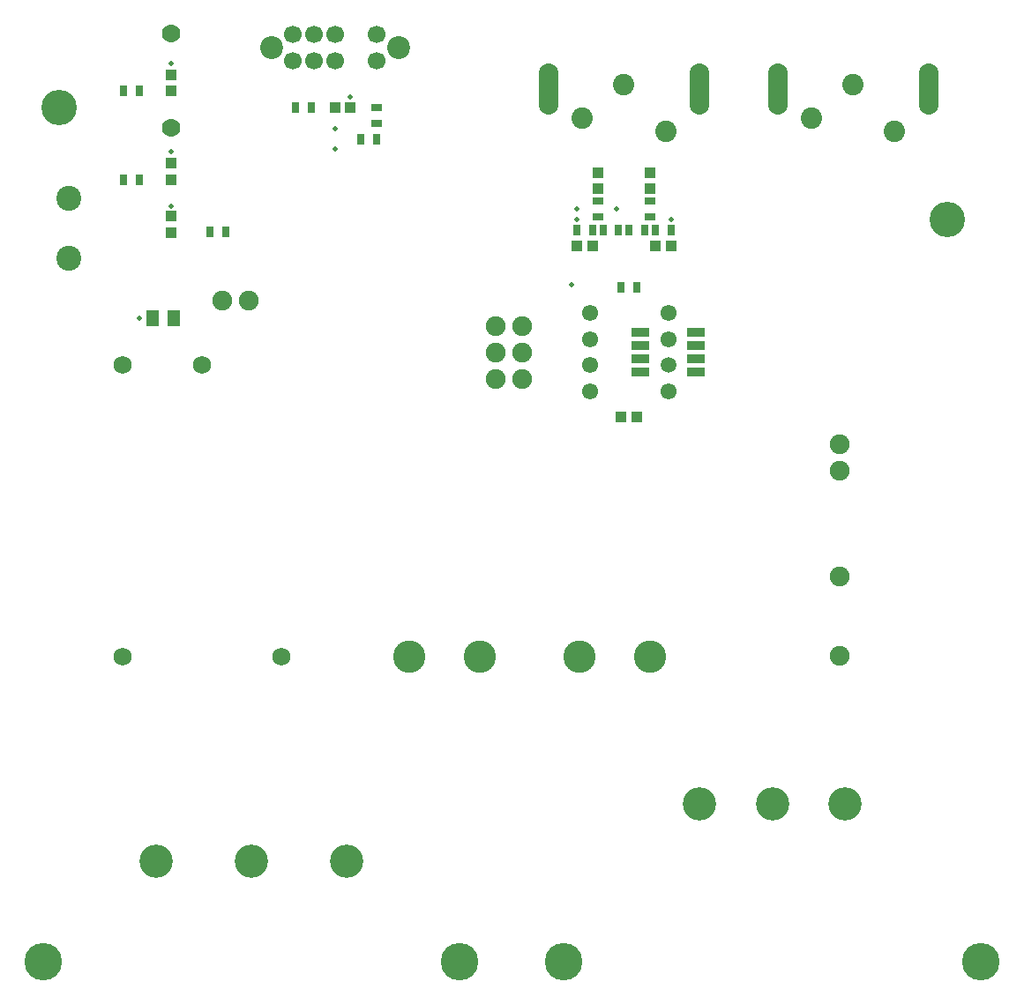
<source format=gts>
%FSLAX46Y46*%
%MOMM*%
%AMPS27*
1,1,2.200000,0.000000,0.000000*
%
%ADD27PS27*%
%AMPS28*
1,1,1.700000,0.000000,0.000000*
%
%ADD28PS28*%
%AMPS32*
1,1,1.550000,0.000000,0.000000*
%
%ADD32PS32*%
%AMPS31*
1,1,1.500000,0.000000,0.000000*
%
%ADD31PS31*%
%AMPS37*
1,1,1.750000,0.000000,0.000000*
%
%ADD37PS37*%
%AMPS35*
1,1,3.200000,0.000000,0.000000*
%
%ADD35PS35*%
%AMPS22*
1,1,2.400000,0.000000,0.000000*
%
%ADD22PS22*%
%AMPS33*
1,1,1.550000,0.000000,0.000000*
%
%ADD33PS33*%
%AMPS39*
1,1,3.200000,0.000000,0.000000*
%
%ADD39PS39*%
%AMPS12*
1,1,2.050000,0.000000,0.000000*
%
%ADD12PS12*%
%AMPS30*
1,1,1.900000,0.000000,0.000000*
%
%ADD30PS30*%
%AMPS18*
1,1,1.900000,0.000000,0.000000*
%
%ADD18PS18*%
%AMPS29*
1,1,1.900000,0.000000,0.000000*
%
%ADD29PS29*%
%AMPS20*
1,1,3.100000,0.000000,0.000000*
%
%ADD20PS20*%
%AMPS16*
1,1,3.100000,0.000000,0.000000*
%
%ADD16PS16*%
%AMPS21*
21,1,1.000000,1.000000,0.000000,0.000000,270.000000*
%
%ADD21PS21*%
%AMPS15*
21,1,0.800000,1.700000,0.000000,0.000000,90.000000*
%
%ADD15PS15*%
%AMPS14*
21,1,0.800000,1.700000,0.000000,0.000000,270.000000*
%
%ADD14PS14*%
%AMPS38*
21,1,1.200000,1.450000,0.000000,0.000000,180.000000*
%
%ADD38PS38*%
%AMPS17*
21,1,1.000000,0.950000,0.000000,0.000000,0.000000*
%
%ADD17PS17*%
%AMPS19*
21,1,1.000000,0.950000,0.000000,0.000000,90.000000*
%
%ADD19PS19*%
%AMPS23*
21,1,1.000000,0.950000,0.000000,0.000000,180.000000*
%
%ADD23PS23*%
%AMPS25*
21,1,0.700000,1.100000,0.000000,0.000000,0.000000*
%
%ADD25PS25*%
%AMPS34*
21,1,0.700000,1.100000,0.000000,0.000000,90.000000*
%
%ADD34PS34*%
%AMPS11*
21,1,0.700000,1.100000,0.000000,0.000000,180.000000*
%
%ADD11PS11*%
%AMPS24*
21,1,0.700000,1.100000,0.000000,0.000000,270.000000*
%
%ADD24PS24*%
%AMPS40*
1,1,0.500000,0.000000,0.000000*
%
%ADD40PS40*%
%AMPS10*
1,1,3.400000,0.000000,0.000000*
%
%ADD10PS10*%
%AMPS36*
1,1,3.600000,0.000000,0.000000*
%
%ADD36PS36*%
%AMPS26*
1,1,1.774800,0.000000,0.000000*
%
%ADD26PS26*%
%AMPS13*
21,1,3.000000,1.900000,0.000000,0.000000,90.000000*
1,1,1.900000,0.000000,1.500000*
1,1,1.900000,0.000000,-1.500000*
%
%ADD13PS13*%
G01*
G01*
%LPD*%
D10*
X91750000Y80000000D03*
D10*
X6500000Y90750000D03*
D11*
X60250000Y79000000D03*
D11*
X58750000Y79000000D03*
D12*
X64750000Y88500000D03*
D12*
X60750000Y93000000D03*
D12*
X56750000Y89750000D03*
D13*
X53500000Y92500000D03*
D13*
X68000000Y92500000D03*
D14*
X62300000Y67885000D03*
D14*
X62300000Y65345000D03*
D15*
X67700000Y67885000D03*
D14*
X62300000Y69155000D03*
D14*
X62300000Y66615000D03*
D15*
X67700000Y65345000D03*
D15*
X67700000Y66615000D03*
D15*
X67700000Y69155000D03*
D16*
X63230000Y38000000D03*
D16*
X56470000Y38000000D03*
D11*
X14250000Y92382600D03*
D11*
X12750000Y92382600D03*
D17*
X62000000Y61000000D03*
D17*
X60500000Y61000000D03*
D18*
X22230000Y72250000D03*
D18*
X24770000Y72250000D03*
D19*
X63250000Y84500000D03*
D19*
X63250000Y83000000D03*
D12*
X86750000Y88500000D03*
D12*
X82750000Y93000000D03*
D12*
X78750000Y89750000D03*
D13*
X75500000Y92500000D03*
D13*
X90000000Y92500000D03*
D19*
X58250000Y84500000D03*
D19*
X58250000Y83000000D03*
D20*
X40120000Y38000000D03*
D20*
X46880000Y38000000D03*
D21*
X17250000Y85423600D03*
D21*
X17250000Y83823600D03*
D11*
X37000000Y87750000D03*
D11*
X35500000Y87750000D03*
D22*
X7500000Y76250000D03*
D11*
X14250000Y83823600D03*
D11*
X12750000Y83823600D03*
D23*
X63750000Y77500000D03*
D23*
X65250000Y77500000D03*
D24*
X37000000Y90750000D03*
D24*
X37000000Y89250000D03*
D25*
X61250000Y79000000D03*
D25*
X62750000Y79000000D03*
D26*
X17250000Y88840000D03*
D26*
X17250000Y97907800D03*
D25*
X21000000Y78793600D03*
D25*
X22500000Y78793600D03*
D27*
X39100000Y96500000D03*
D27*
X26900000Y96500000D03*
D28*
X29000000Y97750000D03*
D28*
X33000000Y95250000D03*
D28*
X37000000Y95250000D03*
D28*
X37000000Y97750000D03*
D28*
X31000000Y97750000D03*
D28*
X31000000Y95250000D03*
D28*
X29000000Y95250000D03*
D28*
X33000000Y97750000D03*
D11*
X30750000Y90750000D03*
D11*
X29250000Y90750000D03*
D29*
X81500000Y38090000D03*
D29*
X81500000Y45710000D03*
D29*
X81500000Y58410000D03*
D29*
X81500000Y55870000D03*
D23*
X33000000Y90750000D03*
D23*
X34500000Y90750000D03*
D30*
X51020000Y67250000D03*
D30*
X48480000Y69790000D03*
D30*
X51020000Y69790000D03*
D30*
X48480000Y64710000D03*
D30*
X48480000Y67250000D03*
D30*
X51020000Y64710000D03*
D31*
X65000000Y66000000D03*
D32*
X57500000Y68500000D03*
D32*
X65000000Y63500000D03*
D32*
X65000000Y68500000D03*
D33*
X65000000Y71000000D03*
D32*
X57500000Y63500000D03*
D32*
X57500000Y71000000D03*
D32*
X57500000Y66000000D03*
D34*
X63250000Y80250000D03*
D34*
X63250000Y81750000D03*
D35*
X82000000Y23850000D03*
D36*
X55000000Y8750000D03*
D35*
X75000000Y23850000D03*
D35*
X68000000Y23850000D03*
D36*
X95000000Y8750000D03*
D37*
X12650000Y66000000D03*
D37*
X20250000Y66000000D03*
D37*
X27850000Y38000000D03*
D37*
X12650000Y38000000D03*
D11*
X57750000Y79000000D03*
D11*
X56250000Y79000000D03*
D21*
X17250000Y93932600D03*
D21*
X17250000Y92332600D03*
D11*
X62000000Y73500000D03*
D11*
X60500000Y73500000D03*
D25*
X63750000Y79000000D03*
D25*
X65250000Y79000000D03*
D17*
X57750000Y77500000D03*
D17*
X56250000Y77500000D03*
D38*
X17499944Y70500008D03*
D38*
X15499944Y70500008D03*
D34*
X58250000Y80250000D03*
D34*
X58250000Y81750000D03*
D22*
X7500000Y82000000D03*
D36*
X5000000Y8750000D03*
D39*
X34140000Y18400000D03*
D39*
X25000000Y18400000D03*
D39*
X15860000Y18400000D03*
D36*
X45000000Y8750000D03*
D21*
X17250000Y80343600D03*
D21*
X17250000Y78743600D03*
D40*
X33000000Y88750000D03*
D40*
X17250000Y95000000D03*
D40*
X60000000Y81000000D03*
D40*
X17250000Y81250000D03*
D40*
X17250000Y86500000D03*
D40*
X33000000Y86750000D03*
D40*
X56250000Y81000000D03*
D40*
X65250000Y80000000D03*
D40*
X14250000Y70500000D03*
D40*
X56250000Y80000000D03*
D40*
X55750000Y73750000D03*
D40*
X34500000Y91750000D03*
M02*

</source>
